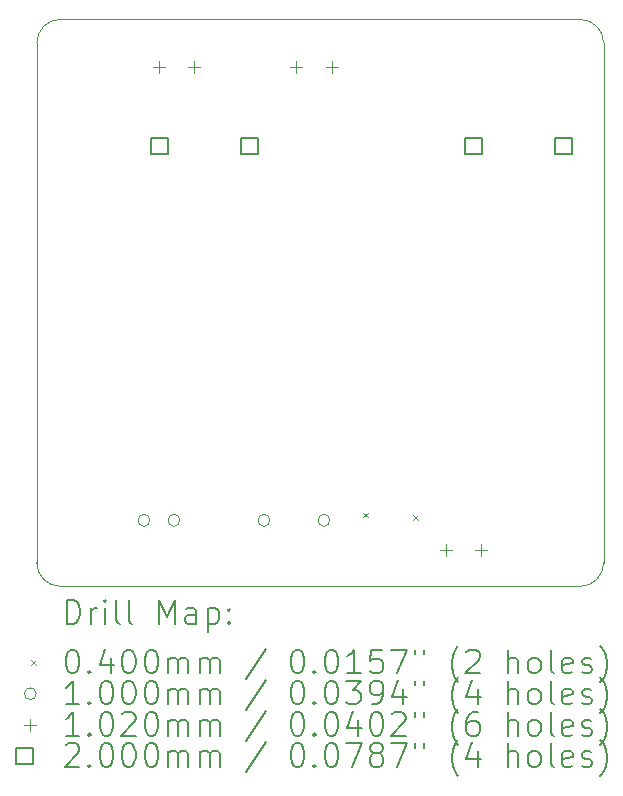
<source format=gbr>
%TF.GenerationSoftware,KiCad,Pcbnew,8.0.5*%
%TF.CreationDate,2024-10-05T22:37:42+02:00*%
%TF.ProjectId,HVI,4856492e-6b69-4636-9164-5f7063625858,rev?*%
%TF.SameCoordinates,Original*%
%TF.FileFunction,Drillmap*%
%TF.FilePolarity,Positive*%
%FSLAX45Y45*%
G04 Gerber Fmt 4.5, Leading zero omitted, Abs format (unit mm)*
G04 Created by KiCad (PCBNEW 8.0.5) date 2024-10-05 22:37:42*
%MOMM*%
%LPD*%
G01*
G04 APERTURE LIST*
%ADD10C,0.100000*%
%ADD11C,0.200000*%
%ADD12C,0.102000*%
G04 APERTURE END LIST*
D10*
X11800000Y-10600000D02*
G75*
G02*
X11600000Y-10800000I-200000J0D01*
G01*
X7000000Y-6200000D02*
G75*
G02*
X7200000Y-6000000I200000J0D01*
G01*
X7200000Y-10800000D02*
X11600000Y-10800000D01*
X7000000Y-6200000D02*
X7000000Y-10600000D01*
X11800000Y-10600000D02*
X11800000Y-6200000D01*
X7200000Y-6000000D02*
X11600000Y-6000000D01*
X11600000Y-6000000D02*
G75*
G02*
X11800000Y-6200000I0J-200000D01*
G01*
X7200000Y-10800000D02*
G75*
G02*
X7000000Y-10600000I0J200000D01*
G01*
D11*
D10*
X9765000Y-10175000D02*
X9805000Y-10215000D01*
X9805000Y-10175000D02*
X9765000Y-10215000D01*
X10189000Y-10197000D02*
X10229000Y-10237000D01*
X10229000Y-10197000D02*
X10189000Y-10237000D01*
X7957500Y-10241000D02*
G75*
G02*
X7857500Y-10241000I-50000J0D01*
G01*
X7857500Y-10241000D02*
G75*
G02*
X7957500Y-10241000I50000J0D01*
G01*
X8211500Y-10241000D02*
G75*
G02*
X8111500Y-10241000I-50000J0D01*
G01*
X8111500Y-10241000D02*
G75*
G02*
X8211500Y-10241000I50000J0D01*
G01*
X8973500Y-10241000D02*
G75*
G02*
X8873500Y-10241000I-50000J0D01*
G01*
X8873500Y-10241000D02*
G75*
G02*
X8973500Y-10241000I50000J0D01*
G01*
X9481500Y-10241000D02*
G75*
G02*
X9381500Y-10241000I-50000J0D01*
G01*
X9381500Y-10241000D02*
G75*
G02*
X9481500Y-10241000I50000J0D01*
G01*
D12*
X8031500Y-6349500D02*
X8031500Y-6451500D01*
X7980500Y-6400500D02*
X8082500Y-6400500D01*
X8331500Y-6349500D02*
X8331500Y-6451500D01*
X8280500Y-6400500D02*
X8382500Y-6400500D01*
X9196500Y-6348500D02*
X9196500Y-6450500D01*
X9145500Y-6399500D02*
X9247500Y-6399500D01*
X9496500Y-6348500D02*
X9496500Y-6450500D01*
X9445500Y-6399500D02*
X9547500Y-6399500D01*
X10463200Y-10440300D02*
X10463200Y-10542300D01*
X10412200Y-10491300D02*
X10514200Y-10491300D01*
X10763200Y-10440300D02*
X10763200Y-10542300D01*
X10712200Y-10491300D02*
X10814200Y-10491300D01*
D11*
X8108211Y-7143211D02*
X8108211Y-7001789D01*
X7966789Y-7001789D01*
X7966789Y-7143211D01*
X8108211Y-7143211D01*
X8870211Y-7143211D02*
X8870211Y-7001789D01*
X8728789Y-7001789D01*
X8728789Y-7143211D01*
X8870211Y-7143211D01*
X10768211Y-7143211D02*
X10768211Y-7001789D01*
X10626789Y-7001789D01*
X10626789Y-7143211D01*
X10768211Y-7143211D01*
X11529211Y-7143211D02*
X11529211Y-7001789D01*
X11387789Y-7001789D01*
X11387789Y-7143211D01*
X11529211Y-7143211D01*
X7255777Y-11116484D02*
X7255777Y-10916484D01*
X7255777Y-10916484D02*
X7303396Y-10916484D01*
X7303396Y-10916484D02*
X7331967Y-10926008D01*
X7331967Y-10926008D02*
X7351015Y-10945055D01*
X7351015Y-10945055D02*
X7360539Y-10964103D01*
X7360539Y-10964103D02*
X7370062Y-11002198D01*
X7370062Y-11002198D02*
X7370062Y-11030770D01*
X7370062Y-11030770D02*
X7360539Y-11068865D01*
X7360539Y-11068865D02*
X7351015Y-11087912D01*
X7351015Y-11087912D02*
X7331967Y-11106960D01*
X7331967Y-11106960D02*
X7303396Y-11116484D01*
X7303396Y-11116484D02*
X7255777Y-11116484D01*
X7455777Y-11116484D02*
X7455777Y-10983150D01*
X7455777Y-11021246D02*
X7465301Y-11002198D01*
X7465301Y-11002198D02*
X7474824Y-10992674D01*
X7474824Y-10992674D02*
X7493872Y-10983150D01*
X7493872Y-10983150D02*
X7512920Y-10983150D01*
X7579586Y-11116484D02*
X7579586Y-10983150D01*
X7579586Y-10916484D02*
X7570062Y-10926008D01*
X7570062Y-10926008D02*
X7579586Y-10935531D01*
X7579586Y-10935531D02*
X7589110Y-10926008D01*
X7589110Y-10926008D02*
X7579586Y-10916484D01*
X7579586Y-10916484D02*
X7579586Y-10935531D01*
X7703396Y-11116484D02*
X7684348Y-11106960D01*
X7684348Y-11106960D02*
X7674824Y-11087912D01*
X7674824Y-11087912D02*
X7674824Y-10916484D01*
X7808158Y-11116484D02*
X7789110Y-11106960D01*
X7789110Y-11106960D02*
X7779586Y-11087912D01*
X7779586Y-11087912D02*
X7779586Y-10916484D01*
X8036729Y-11116484D02*
X8036729Y-10916484D01*
X8036729Y-10916484D02*
X8103396Y-11059341D01*
X8103396Y-11059341D02*
X8170062Y-10916484D01*
X8170062Y-10916484D02*
X8170062Y-11116484D01*
X8351015Y-11116484D02*
X8351015Y-11011722D01*
X8351015Y-11011722D02*
X8341491Y-10992674D01*
X8341491Y-10992674D02*
X8322443Y-10983150D01*
X8322443Y-10983150D02*
X8284348Y-10983150D01*
X8284348Y-10983150D02*
X8265301Y-10992674D01*
X8351015Y-11106960D02*
X8331967Y-11116484D01*
X8331967Y-11116484D02*
X8284348Y-11116484D01*
X8284348Y-11116484D02*
X8265301Y-11106960D01*
X8265301Y-11106960D02*
X8255777Y-11087912D01*
X8255777Y-11087912D02*
X8255777Y-11068865D01*
X8255777Y-11068865D02*
X8265301Y-11049817D01*
X8265301Y-11049817D02*
X8284348Y-11040293D01*
X8284348Y-11040293D02*
X8331967Y-11040293D01*
X8331967Y-11040293D02*
X8351015Y-11030770D01*
X8446253Y-10983150D02*
X8446253Y-11183150D01*
X8446253Y-10992674D02*
X8465301Y-10983150D01*
X8465301Y-10983150D02*
X8503396Y-10983150D01*
X8503396Y-10983150D02*
X8522444Y-10992674D01*
X8522444Y-10992674D02*
X8531967Y-11002198D01*
X8531967Y-11002198D02*
X8541491Y-11021246D01*
X8541491Y-11021246D02*
X8541491Y-11078389D01*
X8541491Y-11078389D02*
X8531967Y-11097436D01*
X8531967Y-11097436D02*
X8522444Y-11106960D01*
X8522444Y-11106960D02*
X8503396Y-11116484D01*
X8503396Y-11116484D02*
X8465301Y-11116484D01*
X8465301Y-11116484D02*
X8446253Y-11106960D01*
X8627205Y-11097436D02*
X8636729Y-11106960D01*
X8636729Y-11106960D02*
X8627205Y-11116484D01*
X8627205Y-11116484D02*
X8617682Y-11106960D01*
X8617682Y-11106960D02*
X8627205Y-11097436D01*
X8627205Y-11097436D02*
X8627205Y-11116484D01*
X8627205Y-10992674D02*
X8636729Y-11002198D01*
X8636729Y-11002198D02*
X8627205Y-11011722D01*
X8627205Y-11011722D02*
X8617682Y-11002198D01*
X8617682Y-11002198D02*
X8627205Y-10992674D01*
X8627205Y-10992674D02*
X8627205Y-11011722D01*
D10*
X6955000Y-11425000D02*
X6995000Y-11465000D01*
X6995000Y-11425000D02*
X6955000Y-11465000D01*
D11*
X7293872Y-11336484D02*
X7312920Y-11336484D01*
X7312920Y-11336484D02*
X7331967Y-11346008D01*
X7331967Y-11346008D02*
X7341491Y-11355531D01*
X7341491Y-11355531D02*
X7351015Y-11374579D01*
X7351015Y-11374579D02*
X7360539Y-11412674D01*
X7360539Y-11412674D02*
X7360539Y-11460293D01*
X7360539Y-11460293D02*
X7351015Y-11498388D01*
X7351015Y-11498388D02*
X7341491Y-11517436D01*
X7341491Y-11517436D02*
X7331967Y-11526960D01*
X7331967Y-11526960D02*
X7312920Y-11536484D01*
X7312920Y-11536484D02*
X7293872Y-11536484D01*
X7293872Y-11536484D02*
X7274824Y-11526960D01*
X7274824Y-11526960D02*
X7265301Y-11517436D01*
X7265301Y-11517436D02*
X7255777Y-11498388D01*
X7255777Y-11498388D02*
X7246253Y-11460293D01*
X7246253Y-11460293D02*
X7246253Y-11412674D01*
X7246253Y-11412674D02*
X7255777Y-11374579D01*
X7255777Y-11374579D02*
X7265301Y-11355531D01*
X7265301Y-11355531D02*
X7274824Y-11346008D01*
X7274824Y-11346008D02*
X7293872Y-11336484D01*
X7446253Y-11517436D02*
X7455777Y-11526960D01*
X7455777Y-11526960D02*
X7446253Y-11536484D01*
X7446253Y-11536484D02*
X7436729Y-11526960D01*
X7436729Y-11526960D02*
X7446253Y-11517436D01*
X7446253Y-11517436D02*
X7446253Y-11536484D01*
X7627205Y-11403150D02*
X7627205Y-11536484D01*
X7579586Y-11326960D02*
X7531967Y-11469817D01*
X7531967Y-11469817D02*
X7655777Y-11469817D01*
X7770062Y-11336484D02*
X7789110Y-11336484D01*
X7789110Y-11336484D02*
X7808158Y-11346008D01*
X7808158Y-11346008D02*
X7817682Y-11355531D01*
X7817682Y-11355531D02*
X7827205Y-11374579D01*
X7827205Y-11374579D02*
X7836729Y-11412674D01*
X7836729Y-11412674D02*
X7836729Y-11460293D01*
X7836729Y-11460293D02*
X7827205Y-11498388D01*
X7827205Y-11498388D02*
X7817682Y-11517436D01*
X7817682Y-11517436D02*
X7808158Y-11526960D01*
X7808158Y-11526960D02*
X7789110Y-11536484D01*
X7789110Y-11536484D02*
X7770062Y-11536484D01*
X7770062Y-11536484D02*
X7751015Y-11526960D01*
X7751015Y-11526960D02*
X7741491Y-11517436D01*
X7741491Y-11517436D02*
X7731967Y-11498388D01*
X7731967Y-11498388D02*
X7722443Y-11460293D01*
X7722443Y-11460293D02*
X7722443Y-11412674D01*
X7722443Y-11412674D02*
X7731967Y-11374579D01*
X7731967Y-11374579D02*
X7741491Y-11355531D01*
X7741491Y-11355531D02*
X7751015Y-11346008D01*
X7751015Y-11346008D02*
X7770062Y-11336484D01*
X7960539Y-11336484D02*
X7979586Y-11336484D01*
X7979586Y-11336484D02*
X7998634Y-11346008D01*
X7998634Y-11346008D02*
X8008158Y-11355531D01*
X8008158Y-11355531D02*
X8017682Y-11374579D01*
X8017682Y-11374579D02*
X8027205Y-11412674D01*
X8027205Y-11412674D02*
X8027205Y-11460293D01*
X8027205Y-11460293D02*
X8017682Y-11498388D01*
X8017682Y-11498388D02*
X8008158Y-11517436D01*
X8008158Y-11517436D02*
X7998634Y-11526960D01*
X7998634Y-11526960D02*
X7979586Y-11536484D01*
X7979586Y-11536484D02*
X7960539Y-11536484D01*
X7960539Y-11536484D02*
X7941491Y-11526960D01*
X7941491Y-11526960D02*
X7931967Y-11517436D01*
X7931967Y-11517436D02*
X7922443Y-11498388D01*
X7922443Y-11498388D02*
X7912920Y-11460293D01*
X7912920Y-11460293D02*
X7912920Y-11412674D01*
X7912920Y-11412674D02*
X7922443Y-11374579D01*
X7922443Y-11374579D02*
X7931967Y-11355531D01*
X7931967Y-11355531D02*
X7941491Y-11346008D01*
X7941491Y-11346008D02*
X7960539Y-11336484D01*
X8112920Y-11536484D02*
X8112920Y-11403150D01*
X8112920Y-11422198D02*
X8122443Y-11412674D01*
X8122443Y-11412674D02*
X8141491Y-11403150D01*
X8141491Y-11403150D02*
X8170063Y-11403150D01*
X8170063Y-11403150D02*
X8189110Y-11412674D01*
X8189110Y-11412674D02*
X8198634Y-11431722D01*
X8198634Y-11431722D02*
X8198634Y-11536484D01*
X8198634Y-11431722D02*
X8208158Y-11412674D01*
X8208158Y-11412674D02*
X8227205Y-11403150D01*
X8227205Y-11403150D02*
X8255777Y-11403150D01*
X8255777Y-11403150D02*
X8274824Y-11412674D01*
X8274824Y-11412674D02*
X8284348Y-11431722D01*
X8284348Y-11431722D02*
X8284348Y-11536484D01*
X8379586Y-11536484D02*
X8379586Y-11403150D01*
X8379586Y-11422198D02*
X8389110Y-11412674D01*
X8389110Y-11412674D02*
X8408158Y-11403150D01*
X8408158Y-11403150D02*
X8436729Y-11403150D01*
X8436729Y-11403150D02*
X8455777Y-11412674D01*
X8455777Y-11412674D02*
X8465301Y-11431722D01*
X8465301Y-11431722D02*
X8465301Y-11536484D01*
X8465301Y-11431722D02*
X8474825Y-11412674D01*
X8474825Y-11412674D02*
X8493872Y-11403150D01*
X8493872Y-11403150D02*
X8522444Y-11403150D01*
X8522444Y-11403150D02*
X8541491Y-11412674D01*
X8541491Y-11412674D02*
X8551015Y-11431722D01*
X8551015Y-11431722D02*
X8551015Y-11536484D01*
X8941491Y-11326960D02*
X8770063Y-11584103D01*
X9198634Y-11336484D02*
X9217682Y-11336484D01*
X9217682Y-11336484D02*
X9236729Y-11346008D01*
X9236729Y-11346008D02*
X9246253Y-11355531D01*
X9246253Y-11355531D02*
X9255777Y-11374579D01*
X9255777Y-11374579D02*
X9265301Y-11412674D01*
X9265301Y-11412674D02*
X9265301Y-11460293D01*
X9265301Y-11460293D02*
X9255777Y-11498388D01*
X9255777Y-11498388D02*
X9246253Y-11517436D01*
X9246253Y-11517436D02*
X9236729Y-11526960D01*
X9236729Y-11526960D02*
X9217682Y-11536484D01*
X9217682Y-11536484D02*
X9198634Y-11536484D01*
X9198634Y-11536484D02*
X9179587Y-11526960D01*
X9179587Y-11526960D02*
X9170063Y-11517436D01*
X9170063Y-11517436D02*
X9160539Y-11498388D01*
X9160539Y-11498388D02*
X9151015Y-11460293D01*
X9151015Y-11460293D02*
X9151015Y-11412674D01*
X9151015Y-11412674D02*
X9160539Y-11374579D01*
X9160539Y-11374579D02*
X9170063Y-11355531D01*
X9170063Y-11355531D02*
X9179587Y-11346008D01*
X9179587Y-11346008D02*
X9198634Y-11336484D01*
X9351015Y-11517436D02*
X9360539Y-11526960D01*
X9360539Y-11526960D02*
X9351015Y-11536484D01*
X9351015Y-11536484D02*
X9341491Y-11526960D01*
X9341491Y-11526960D02*
X9351015Y-11517436D01*
X9351015Y-11517436D02*
X9351015Y-11536484D01*
X9484348Y-11336484D02*
X9503396Y-11336484D01*
X9503396Y-11336484D02*
X9522444Y-11346008D01*
X9522444Y-11346008D02*
X9531968Y-11355531D01*
X9531968Y-11355531D02*
X9541491Y-11374579D01*
X9541491Y-11374579D02*
X9551015Y-11412674D01*
X9551015Y-11412674D02*
X9551015Y-11460293D01*
X9551015Y-11460293D02*
X9541491Y-11498388D01*
X9541491Y-11498388D02*
X9531968Y-11517436D01*
X9531968Y-11517436D02*
X9522444Y-11526960D01*
X9522444Y-11526960D02*
X9503396Y-11536484D01*
X9503396Y-11536484D02*
X9484348Y-11536484D01*
X9484348Y-11536484D02*
X9465301Y-11526960D01*
X9465301Y-11526960D02*
X9455777Y-11517436D01*
X9455777Y-11517436D02*
X9446253Y-11498388D01*
X9446253Y-11498388D02*
X9436729Y-11460293D01*
X9436729Y-11460293D02*
X9436729Y-11412674D01*
X9436729Y-11412674D02*
X9446253Y-11374579D01*
X9446253Y-11374579D02*
X9455777Y-11355531D01*
X9455777Y-11355531D02*
X9465301Y-11346008D01*
X9465301Y-11346008D02*
X9484348Y-11336484D01*
X9741491Y-11536484D02*
X9627206Y-11536484D01*
X9684348Y-11536484D02*
X9684348Y-11336484D01*
X9684348Y-11336484D02*
X9665301Y-11365055D01*
X9665301Y-11365055D02*
X9646253Y-11384103D01*
X9646253Y-11384103D02*
X9627206Y-11393627D01*
X9922444Y-11336484D02*
X9827206Y-11336484D01*
X9827206Y-11336484D02*
X9817682Y-11431722D01*
X9817682Y-11431722D02*
X9827206Y-11422198D01*
X9827206Y-11422198D02*
X9846253Y-11412674D01*
X9846253Y-11412674D02*
X9893872Y-11412674D01*
X9893872Y-11412674D02*
X9912920Y-11422198D01*
X9912920Y-11422198D02*
X9922444Y-11431722D01*
X9922444Y-11431722D02*
X9931968Y-11450769D01*
X9931968Y-11450769D02*
X9931968Y-11498388D01*
X9931968Y-11498388D02*
X9922444Y-11517436D01*
X9922444Y-11517436D02*
X9912920Y-11526960D01*
X9912920Y-11526960D02*
X9893872Y-11536484D01*
X9893872Y-11536484D02*
X9846253Y-11536484D01*
X9846253Y-11536484D02*
X9827206Y-11526960D01*
X9827206Y-11526960D02*
X9817682Y-11517436D01*
X9998634Y-11336484D02*
X10131968Y-11336484D01*
X10131968Y-11336484D02*
X10046253Y-11536484D01*
X10198634Y-11336484D02*
X10198634Y-11374579D01*
X10274825Y-11336484D02*
X10274825Y-11374579D01*
X10570063Y-11612674D02*
X10560539Y-11603150D01*
X10560539Y-11603150D02*
X10541491Y-11574579D01*
X10541491Y-11574579D02*
X10531968Y-11555531D01*
X10531968Y-11555531D02*
X10522444Y-11526960D01*
X10522444Y-11526960D02*
X10512920Y-11479341D01*
X10512920Y-11479341D02*
X10512920Y-11441246D01*
X10512920Y-11441246D02*
X10522444Y-11393627D01*
X10522444Y-11393627D02*
X10531968Y-11365055D01*
X10531968Y-11365055D02*
X10541491Y-11346008D01*
X10541491Y-11346008D02*
X10560539Y-11317436D01*
X10560539Y-11317436D02*
X10570063Y-11307912D01*
X10636730Y-11355531D02*
X10646253Y-11346008D01*
X10646253Y-11346008D02*
X10665301Y-11336484D01*
X10665301Y-11336484D02*
X10712920Y-11336484D01*
X10712920Y-11336484D02*
X10731968Y-11346008D01*
X10731968Y-11346008D02*
X10741491Y-11355531D01*
X10741491Y-11355531D02*
X10751015Y-11374579D01*
X10751015Y-11374579D02*
X10751015Y-11393627D01*
X10751015Y-11393627D02*
X10741491Y-11422198D01*
X10741491Y-11422198D02*
X10627206Y-11536484D01*
X10627206Y-11536484D02*
X10751015Y-11536484D01*
X10989111Y-11536484D02*
X10989111Y-11336484D01*
X11074825Y-11536484D02*
X11074825Y-11431722D01*
X11074825Y-11431722D02*
X11065301Y-11412674D01*
X11065301Y-11412674D02*
X11046253Y-11403150D01*
X11046253Y-11403150D02*
X11017682Y-11403150D01*
X11017682Y-11403150D02*
X10998634Y-11412674D01*
X10998634Y-11412674D02*
X10989111Y-11422198D01*
X11198634Y-11536484D02*
X11179587Y-11526960D01*
X11179587Y-11526960D02*
X11170063Y-11517436D01*
X11170063Y-11517436D02*
X11160539Y-11498388D01*
X11160539Y-11498388D02*
X11160539Y-11441246D01*
X11160539Y-11441246D02*
X11170063Y-11422198D01*
X11170063Y-11422198D02*
X11179587Y-11412674D01*
X11179587Y-11412674D02*
X11198634Y-11403150D01*
X11198634Y-11403150D02*
X11227206Y-11403150D01*
X11227206Y-11403150D02*
X11246253Y-11412674D01*
X11246253Y-11412674D02*
X11255777Y-11422198D01*
X11255777Y-11422198D02*
X11265301Y-11441246D01*
X11265301Y-11441246D02*
X11265301Y-11498388D01*
X11265301Y-11498388D02*
X11255777Y-11517436D01*
X11255777Y-11517436D02*
X11246253Y-11526960D01*
X11246253Y-11526960D02*
X11227206Y-11536484D01*
X11227206Y-11536484D02*
X11198634Y-11536484D01*
X11379587Y-11536484D02*
X11360539Y-11526960D01*
X11360539Y-11526960D02*
X11351015Y-11507912D01*
X11351015Y-11507912D02*
X11351015Y-11336484D01*
X11531968Y-11526960D02*
X11512920Y-11536484D01*
X11512920Y-11536484D02*
X11474825Y-11536484D01*
X11474825Y-11536484D02*
X11455777Y-11526960D01*
X11455777Y-11526960D02*
X11446253Y-11507912D01*
X11446253Y-11507912D02*
X11446253Y-11431722D01*
X11446253Y-11431722D02*
X11455777Y-11412674D01*
X11455777Y-11412674D02*
X11474825Y-11403150D01*
X11474825Y-11403150D02*
X11512920Y-11403150D01*
X11512920Y-11403150D02*
X11531968Y-11412674D01*
X11531968Y-11412674D02*
X11541491Y-11431722D01*
X11541491Y-11431722D02*
X11541491Y-11450769D01*
X11541491Y-11450769D02*
X11446253Y-11469817D01*
X11617682Y-11526960D02*
X11636730Y-11536484D01*
X11636730Y-11536484D02*
X11674825Y-11536484D01*
X11674825Y-11536484D02*
X11693872Y-11526960D01*
X11693872Y-11526960D02*
X11703396Y-11507912D01*
X11703396Y-11507912D02*
X11703396Y-11498388D01*
X11703396Y-11498388D02*
X11693872Y-11479341D01*
X11693872Y-11479341D02*
X11674825Y-11469817D01*
X11674825Y-11469817D02*
X11646253Y-11469817D01*
X11646253Y-11469817D02*
X11627206Y-11460293D01*
X11627206Y-11460293D02*
X11617682Y-11441246D01*
X11617682Y-11441246D02*
X11617682Y-11431722D01*
X11617682Y-11431722D02*
X11627206Y-11412674D01*
X11627206Y-11412674D02*
X11646253Y-11403150D01*
X11646253Y-11403150D02*
X11674825Y-11403150D01*
X11674825Y-11403150D02*
X11693872Y-11412674D01*
X11770063Y-11612674D02*
X11779587Y-11603150D01*
X11779587Y-11603150D02*
X11798634Y-11574579D01*
X11798634Y-11574579D02*
X11808158Y-11555531D01*
X11808158Y-11555531D02*
X11817682Y-11526960D01*
X11817682Y-11526960D02*
X11827206Y-11479341D01*
X11827206Y-11479341D02*
X11827206Y-11441246D01*
X11827206Y-11441246D02*
X11817682Y-11393627D01*
X11817682Y-11393627D02*
X11808158Y-11365055D01*
X11808158Y-11365055D02*
X11798634Y-11346008D01*
X11798634Y-11346008D02*
X11779587Y-11317436D01*
X11779587Y-11317436D02*
X11770063Y-11307912D01*
D10*
X6995000Y-11709000D02*
G75*
G02*
X6895000Y-11709000I-50000J0D01*
G01*
X6895000Y-11709000D02*
G75*
G02*
X6995000Y-11709000I50000J0D01*
G01*
D11*
X7360539Y-11800484D02*
X7246253Y-11800484D01*
X7303396Y-11800484D02*
X7303396Y-11600484D01*
X7303396Y-11600484D02*
X7284348Y-11629055D01*
X7284348Y-11629055D02*
X7265301Y-11648103D01*
X7265301Y-11648103D02*
X7246253Y-11657627D01*
X7446253Y-11781436D02*
X7455777Y-11790960D01*
X7455777Y-11790960D02*
X7446253Y-11800484D01*
X7446253Y-11800484D02*
X7436729Y-11790960D01*
X7436729Y-11790960D02*
X7446253Y-11781436D01*
X7446253Y-11781436D02*
X7446253Y-11800484D01*
X7579586Y-11600484D02*
X7598634Y-11600484D01*
X7598634Y-11600484D02*
X7617682Y-11610008D01*
X7617682Y-11610008D02*
X7627205Y-11619531D01*
X7627205Y-11619531D02*
X7636729Y-11638579D01*
X7636729Y-11638579D02*
X7646253Y-11676674D01*
X7646253Y-11676674D02*
X7646253Y-11724293D01*
X7646253Y-11724293D02*
X7636729Y-11762388D01*
X7636729Y-11762388D02*
X7627205Y-11781436D01*
X7627205Y-11781436D02*
X7617682Y-11790960D01*
X7617682Y-11790960D02*
X7598634Y-11800484D01*
X7598634Y-11800484D02*
X7579586Y-11800484D01*
X7579586Y-11800484D02*
X7560539Y-11790960D01*
X7560539Y-11790960D02*
X7551015Y-11781436D01*
X7551015Y-11781436D02*
X7541491Y-11762388D01*
X7541491Y-11762388D02*
X7531967Y-11724293D01*
X7531967Y-11724293D02*
X7531967Y-11676674D01*
X7531967Y-11676674D02*
X7541491Y-11638579D01*
X7541491Y-11638579D02*
X7551015Y-11619531D01*
X7551015Y-11619531D02*
X7560539Y-11610008D01*
X7560539Y-11610008D02*
X7579586Y-11600484D01*
X7770062Y-11600484D02*
X7789110Y-11600484D01*
X7789110Y-11600484D02*
X7808158Y-11610008D01*
X7808158Y-11610008D02*
X7817682Y-11619531D01*
X7817682Y-11619531D02*
X7827205Y-11638579D01*
X7827205Y-11638579D02*
X7836729Y-11676674D01*
X7836729Y-11676674D02*
X7836729Y-11724293D01*
X7836729Y-11724293D02*
X7827205Y-11762388D01*
X7827205Y-11762388D02*
X7817682Y-11781436D01*
X7817682Y-11781436D02*
X7808158Y-11790960D01*
X7808158Y-11790960D02*
X7789110Y-11800484D01*
X7789110Y-11800484D02*
X7770062Y-11800484D01*
X7770062Y-11800484D02*
X7751015Y-11790960D01*
X7751015Y-11790960D02*
X7741491Y-11781436D01*
X7741491Y-11781436D02*
X7731967Y-11762388D01*
X7731967Y-11762388D02*
X7722443Y-11724293D01*
X7722443Y-11724293D02*
X7722443Y-11676674D01*
X7722443Y-11676674D02*
X7731967Y-11638579D01*
X7731967Y-11638579D02*
X7741491Y-11619531D01*
X7741491Y-11619531D02*
X7751015Y-11610008D01*
X7751015Y-11610008D02*
X7770062Y-11600484D01*
X7960539Y-11600484D02*
X7979586Y-11600484D01*
X7979586Y-11600484D02*
X7998634Y-11610008D01*
X7998634Y-11610008D02*
X8008158Y-11619531D01*
X8008158Y-11619531D02*
X8017682Y-11638579D01*
X8017682Y-11638579D02*
X8027205Y-11676674D01*
X8027205Y-11676674D02*
X8027205Y-11724293D01*
X8027205Y-11724293D02*
X8017682Y-11762388D01*
X8017682Y-11762388D02*
X8008158Y-11781436D01*
X8008158Y-11781436D02*
X7998634Y-11790960D01*
X7998634Y-11790960D02*
X7979586Y-11800484D01*
X7979586Y-11800484D02*
X7960539Y-11800484D01*
X7960539Y-11800484D02*
X7941491Y-11790960D01*
X7941491Y-11790960D02*
X7931967Y-11781436D01*
X7931967Y-11781436D02*
X7922443Y-11762388D01*
X7922443Y-11762388D02*
X7912920Y-11724293D01*
X7912920Y-11724293D02*
X7912920Y-11676674D01*
X7912920Y-11676674D02*
X7922443Y-11638579D01*
X7922443Y-11638579D02*
X7931967Y-11619531D01*
X7931967Y-11619531D02*
X7941491Y-11610008D01*
X7941491Y-11610008D02*
X7960539Y-11600484D01*
X8112920Y-11800484D02*
X8112920Y-11667150D01*
X8112920Y-11686198D02*
X8122443Y-11676674D01*
X8122443Y-11676674D02*
X8141491Y-11667150D01*
X8141491Y-11667150D02*
X8170063Y-11667150D01*
X8170063Y-11667150D02*
X8189110Y-11676674D01*
X8189110Y-11676674D02*
X8198634Y-11695722D01*
X8198634Y-11695722D02*
X8198634Y-11800484D01*
X8198634Y-11695722D02*
X8208158Y-11676674D01*
X8208158Y-11676674D02*
X8227205Y-11667150D01*
X8227205Y-11667150D02*
X8255777Y-11667150D01*
X8255777Y-11667150D02*
X8274824Y-11676674D01*
X8274824Y-11676674D02*
X8284348Y-11695722D01*
X8284348Y-11695722D02*
X8284348Y-11800484D01*
X8379586Y-11800484D02*
X8379586Y-11667150D01*
X8379586Y-11686198D02*
X8389110Y-11676674D01*
X8389110Y-11676674D02*
X8408158Y-11667150D01*
X8408158Y-11667150D02*
X8436729Y-11667150D01*
X8436729Y-11667150D02*
X8455777Y-11676674D01*
X8455777Y-11676674D02*
X8465301Y-11695722D01*
X8465301Y-11695722D02*
X8465301Y-11800484D01*
X8465301Y-11695722D02*
X8474825Y-11676674D01*
X8474825Y-11676674D02*
X8493872Y-11667150D01*
X8493872Y-11667150D02*
X8522444Y-11667150D01*
X8522444Y-11667150D02*
X8541491Y-11676674D01*
X8541491Y-11676674D02*
X8551015Y-11695722D01*
X8551015Y-11695722D02*
X8551015Y-11800484D01*
X8941491Y-11590960D02*
X8770063Y-11848103D01*
X9198634Y-11600484D02*
X9217682Y-11600484D01*
X9217682Y-11600484D02*
X9236729Y-11610008D01*
X9236729Y-11610008D02*
X9246253Y-11619531D01*
X9246253Y-11619531D02*
X9255777Y-11638579D01*
X9255777Y-11638579D02*
X9265301Y-11676674D01*
X9265301Y-11676674D02*
X9265301Y-11724293D01*
X9265301Y-11724293D02*
X9255777Y-11762388D01*
X9255777Y-11762388D02*
X9246253Y-11781436D01*
X9246253Y-11781436D02*
X9236729Y-11790960D01*
X9236729Y-11790960D02*
X9217682Y-11800484D01*
X9217682Y-11800484D02*
X9198634Y-11800484D01*
X9198634Y-11800484D02*
X9179587Y-11790960D01*
X9179587Y-11790960D02*
X9170063Y-11781436D01*
X9170063Y-11781436D02*
X9160539Y-11762388D01*
X9160539Y-11762388D02*
X9151015Y-11724293D01*
X9151015Y-11724293D02*
X9151015Y-11676674D01*
X9151015Y-11676674D02*
X9160539Y-11638579D01*
X9160539Y-11638579D02*
X9170063Y-11619531D01*
X9170063Y-11619531D02*
X9179587Y-11610008D01*
X9179587Y-11610008D02*
X9198634Y-11600484D01*
X9351015Y-11781436D02*
X9360539Y-11790960D01*
X9360539Y-11790960D02*
X9351015Y-11800484D01*
X9351015Y-11800484D02*
X9341491Y-11790960D01*
X9341491Y-11790960D02*
X9351015Y-11781436D01*
X9351015Y-11781436D02*
X9351015Y-11800484D01*
X9484348Y-11600484D02*
X9503396Y-11600484D01*
X9503396Y-11600484D02*
X9522444Y-11610008D01*
X9522444Y-11610008D02*
X9531968Y-11619531D01*
X9531968Y-11619531D02*
X9541491Y-11638579D01*
X9541491Y-11638579D02*
X9551015Y-11676674D01*
X9551015Y-11676674D02*
X9551015Y-11724293D01*
X9551015Y-11724293D02*
X9541491Y-11762388D01*
X9541491Y-11762388D02*
X9531968Y-11781436D01*
X9531968Y-11781436D02*
X9522444Y-11790960D01*
X9522444Y-11790960D02*
X9503396Y-11800484D01*
X9503396Y-11800484D02*
X9484348Y-11800484D01*
X9484348Y-11800484D02*
X9465301Y-11790960D01*
X9465301Y-11790960D02*
X9455777Y-11781436D01*
X9455777Y-11781436D02*
X9446253Y-11762388D01*
X9446253Y-11762388D02*
X9436729Y-11724293D01*
X9436729Y-11724293D02*
X9436729Y-11676674D01*
X9436729Y-11676674D02*
X9446253Y-11638579D01*
X9446253Y-11638579D02*
X9455777Y-11619531D01*
X9455777Y-11619531D02*
X9465301Y-11610008D01*
X9465301Y-11610008D02*
X9484348Y-11600484D01*
X9617682Y-11600484D02*
X9741491Y-11600484D01*
X9741491Y-11600484D02*
X9674825Y-11676674D01*
X9674825Y-11676674D02*
X9703396Y-11676674D01*
X9703396Y-11676674D02*
X9722444Y-11686198D01*
X9722444Y-11686198D02*
X9731968Y-11695722D01*
X9731968Y-11695722D02*
X9741491Y-11714769D01*
X9741491Y-11714769D02*
X9741491Y-11762388D01*
X9741491Y-11762388D02*
X9731968Y-11781436D01*
X9731968Y-11781436D02*
X9722444Y-11790960D01*
X9722444Y-11790960D02*
X9703396Y-11800484D01*
X9703396Y-11800484D02*
X9646253Y-11800484D01*
X9646253Y-11800484D02*
X9627206Y-11790960D01*
X9627206Y-11790960D02*
X9617682Y-11781436D01*
X9836729Y-11800484D02*
X9874825Y-11800484D01*
X9874825Y-11800484D02*
X9893872Y-11790960D01*
X9893872Y-11790960D02*
X9903396Y-11781436D01*
X9903396Y-11781436D02*
X9922444Y-11752865D01*
X9922444Y-11752865D02*
X9931968Y-11714769D01*
X9931968Y-11714769D02*
X9931968Y-11638579D01*
X9931968Y-11638579D02*
X9922444Y-11619531D01*
X9922444Y-11619531D02*
X9912920Y-11610008D01*
X9912920Y-11610008D02*
X9893872Y-11600484D01*
X9893872Y-11600484D02*
X9855777Y-11600484D01*
X9855777Y-11600484D02*
X9836729Y-11610008D01*
X9836729Y-11610008D02*
X9827206Y-11619531D01*
X9827206Y-11619531D02*
X9817682Y-11638579D01*
X9817682Y-11638579D02*
X9817682Y-11686198D01*
X9817682Y-11686198D02*
X9827206Y-11705246D01*
X9827206Y-11705246D02*
X9836729Y-11714769D01*
X9836729Y-11714769D02*
X9855777Y-11724293D01*
X9855777Y-11724293D02*
X9893872Y-11724293D01*
X9893872Y-11724293D02*
X9912920Y-11714769D01*
X9912920Y-11714769D02*
X9922444Y-11705246D01*
X9922444Y-11705246D02*
X9931968Y-11686198D01*
X10103396Y-11667150D02*
X10103396Y-11800484D01*
X10055777Y-11590960D02*
X10008158Y-11733817D01*
X10008158Y-11733817D02*
X10131968Y-11733817D01*
X10198634Y-11600484D02*
X10198634Y-11638579D01*
X10274825Y-11600484D02*
X10274825Y-11638579D01*
X10570063Y-11876674D02*
X10560539Y-11867150D01*
X10560539Y-11867150D02*
X10541491Y-11838579D01*
X10541491Y-11838579D02*
X10531968Y-11819531D01*
X10531968Y-11819531D02*
X10522444Y-11790960D01*
X10522444Y-11790960D02*
X10512920Y-11743341D01*
X10512920Y-11743341D02*
X10512920Y-11705246D01*
X10512920Y-11705246D02*
X10522444Y-11657627D01*
X10522444Y-11657627D02*
X10531968Y-11629055D01*
X10531968Y-11629055D02*
X10541491Y-11610008D01*
X10541491Y-11610008D02*
X10560539Y-11581436D01*
X10560539Y-11581436D02*
X10570063Y-11571912D01*
X10731968Y-11667150D02*
X10731968Y-11800484D01*
X10684349Y-11590960D02*
X10636730Y-11733817D01*
X10636730Y-11733817D02*
X10760539Y-11733817D01*
X10989111Y-11800484D02*
X10989111Y-11600484D01*
X11074825Y-11800484D02*
X11074825Y-11695722D01*
X11074825Y-11695722D02*
X11065301Y-11676674D01*
X11065301Y-11676674D02*
X11046253Y-11667150D01*
X11046253Y-11667150D02*
X11017682Y-11667150D01*
X11017682Y-11667150D02*
X10998634Y-11676674D01*
X10998634Y-11676674D02*
X10989111Y-11686198D01*
X11198634Y-11800484D02*
X11179587Y-11790960D01*
X11179587Y-11790960D02*
X11170063Y-11781436D01*
X11170063Y-11781436D02*
X11160539Y-11762388D01*
X11160539Y-11762388D02*
X11160539Y-11705246D01*
X11160539Y-11705246D02*
X11170063Y-11686198D01*
X11170063Y-11686198D02*
X11179587Y-11676674D01*
X11179587Y-11676674D02*
X11198634Y-11667150D01*
X11198634Y-11667150D02*
X11227206Y-11667150D01*
X11227206Y-11667150D02*
X11246253Y-11676674D01*
X11246253Y-11676674D02*
X11255777Y-11686198D01*
X11255777Y-11686198D02*
X11265301Y-11705246D01*
X11265301Y-11705246D02*
X11265301Y-11762388D01*
X11265301Y-11762388D02*
X11255777Y-11781436D01*
X11255777Y-11781436D02*
X11246253Y-11790960D01*
X11246253Y-11790960D02*
X11227206Y-11800484D01*
X11227206Y-11800484D02*
X11198634Y-11800484D01*
X11379587Y-11800484D02*
X11360539Y-11790960D01*
X11360539Y-11790960D02*
X11351015Y-11771912D01*
X11351015Y-11771912D02*
X11351015Y-11600484D01*
X11531968Y-11790960D02*
X11512920Y-11800484D01*
X11512920Y-11800484D02*
X11474825Y-11800484D01*
X11474825Y-11800484D02*
X11455777Y-11790960D01*
X11455777Y-11790960D02*
X11446253Y-11771912D01*
X11446253Y-11771912D02*
X11446253Y-11695722D01*
X11446253Y-11695722D02*
X11455777Y-11676674D01*
X11455777Y-11676674D02*
X11474825Y-11667150D01*
X11474825Y-11667150D02*
X11512920Y-11667150D01*
X11512920Y-11667150D02*
X11531968Y-11676674D01*
X11531968Y-11676674D02*
X11541491Y-11695722D01*
X11541491Y-11695722D02*
X11541491Y-11714769D01*
X11541491Y-11714769D02*
X11446253Y-11733817D01*
X11617682Y-11790960D02*
X11636730Y-11800484D01*
X11636730Y-11800484D02*
X11674825Y-11800484D01*
X11674825Y-11800484D02*
X11693872Y-11790960D01*
X11693872Y-11790960D02*
X11703396Y-11771912D01*
X11703396Y-11771912D02*
X11703396Y-11762388D01*
X11703396Y-11762388D02*
X11693872Y-11743341D01*
X11693872Y-11743341D02*
X11674825Y-11733817D01*
X11674825Y-11733817D02*
X11646253Y-11733817D01*
X11646253Y-11733817D02*
X11627206Y-11724293D01*
X11627206Y-11724293D02*
X11617682Y-11705246D01*
X11617682Y-11705246D02*
X11617682Y-11695722D01*
X11617682Y-11695722D02*
X11627206Y-11676674D01*
X11627206Y-11676674D02*
X11646253Y-11667150D01*
X11646253Y-11667150D02*
X11674825Y-11667150D01*
X11674825Y-11667150D02*
X11693872Y-11676674D01*
X11770063Y-11876674D02*
X11779587Y-11867150D01*
X11779587Y-11867150D02*
X11798634Y-11838579D01*
X11798634Y-11838579D02*
X11808158Y-11819531D01*
X11808158Y-11819531D02*
X11817682Y-11790960D01*
X11817682Y-11790960D02*
X11827206Y-11743341D01*
X11827206Y-11743341D02*
X11827206Y-11705246D01*
X11827206Y-11705246D02*
X11817682Y-11657627D01*
X11817682Y-11657627D02*
X11808158Y-11629055D01*
X11808158Y-11629055D02*
X11798634Y-11610008D01*
X11798634Y-11610008D02*
X11779587Y-11581436D01*
X11779587Y-11581436D02*
X11770063Y-11571912D01*
D12*
X6944000Y-11922000D02*
X6944000Y-12024000D01*
X6893000Y-11973000D02*
X6995000Y-11973000D01*
D11*
X7360539Y-12064484D02*
X7246253Y-12064484D01*
X7303396Y-12064484D02*
X7303396Y-11864484D01*
X7303396Y-11864484D02*
X7284348Y-11893055D01*
X7284348Y-11893055D02*
X7265301Y-11912103D01*
X7265301Y-11912103D02*
X7246253Y-11921627D01*
X7446253Y-12045436D02*
X7455777Y-12054960D01*
X7455777Y-12054960D02*
X7446253Y-12064484D01*
X7446253Y-12064484D02*
X7436729Y-12054960D01*
X7436729Y-12054960D02*
X7446253Y-12045436D01*
X7446253Y-12045436D02*
X7446253Y-12064484D01*
X7579586Y-11864484D02*
X7598634Y-11864484D01*
X7598634Y-11864484D02*
X7617682Y-11874008D01*
X7617682Y-11874008D02*
X7627205Y-11883531D01*
X7627205Y-11883531D02*
X7636729Y-11902579D01*
X7636729Y-11902579D02*
X7646253Y-11940674D01*
X7646253Y-11940674D02*
X7646253Y-11988293D01*
X7646253Y-11988293D02*
X7636729Y-12026388D01*
X7636729Y-12026388D02*
X7627205Y-12045436D01*
X7627205Y-12045436D02*
X7617682Y-12054960D01*
X7617682Y-12054960D02*
X7598634Y-12064484D01*
X7598634Y-12064484D02*
X7579586Y-12064484D01*
X7579586Y-12064484D02*
X7560539Y-12054960D01*
X7560539Y-12054960D02*
X7551015Y-12045436D01*
X7551015Y-12045436D02*
X7541491Y-12026388D01*
X7541491Y-12026388D02*
X7531967Y-11988293D01*
X7531967Y-11988293D02*
X7531967Y-11940674D01*
X7531967Y-11940674D02*
X7541491Y-11902579D01*
X7541491Y-11902579D02*
X7551015Y-11883531D01*
X7551015Y-11883531D02*
X7560539Y-11874008D01*
X7560539Y-11874008D02*
X7579586Y-11864484D01*
X7722443Y-11883531D02*
X7731967Y-11874008D01*
X7731967Y-11874008D02*
X7751015Y-11864484D01*
X7751015Y-11864484D02*
X7798634Y-11864484D01*
X7798634Y-11864484D02*
X7817682Y-11874008D01*
X7817682Y-11874008D02*
X7827205Y-11883531D01*
X7827205Y-11883531D02*
X7836729Y-11902579D01*
X7836729Y-11902579D02*
X7836729Y-11921627D01*
X7836729Y-11921627D02*
X7827205Y-11950198D01*
X7827205Y-11950198D02*
X7712920Y-12064484D01*
X7712920Y-12064484D02*
X7836729Y-12064484D01*
X7960539Y-11864484D02*
X7979586Y-11864484D01*
X7979586Y-11864484D02*
X7998634Y-11874008D01*
X7998634Y-11874008D02*
X8008158Y-11883531D01*
X8008158Y-11883531D02*
X8017682Y-11902579D01*
X8017682Y-11902579D02*
X8027205Y-11940674D01*
X8027205Y-11940674D02*
X8027205Y-11988293D01*
X8027205Y-11988293D02*
X8017682Y-12026388D01*
X8017682Y-12026388D02*
X8008158Y-12045436D01*
X8008158Y-12045436D02*
X7998634Y-12054960D01*
X7998634Y-12054960D02*
X7979586Y-12064484D01*
X7979586Y-12064484D02*
X7960539Y-12064484D01*
X7960539Y-12064484D02*
X7941491Y-12054960D01*
X7941491Y-12054960D02*
X7931967Y-12045436D01*
X7931967Y-12045436D02*
X7922443Y-12026388D01*
X7922443Y-12026388D02*
X7912920Y-11988293D01*
X7912920Y-11988293D02*
X7912920Y-11940674D01*
X7912920Y-11940674D02*
X7922443Y-11902579D01*
X7922443Y-11902579D02*
X7931967Y-11883531D01*
X7931967Y-11883531D02*
X7941491Y-11874008D01*
X7941491Y-11874008D02*
X7960539Y-11864484D01*
X8112920Y-12064484D02*
X8112920Y-11931150D01*
X8112920Y-11950198D02*
X8122443Y-11940674D01*
X8122443Y-11940674D02*
X8141491Y-11931150D01*
X8141491Y-11931150D02*
X8170063Y-11931150D01*
X8170063Y-11931150D02*
X8189110Y-11940674D01*
X8189110Y-11940674D02*
X8198634Y-11959722D01*
X8198634Y-11959722D02*
X8198634Y-12064484D01*
X8198634Y-11959722D02*
X8208158Y-11940674D01*
X8208158Y-11940674D02*
X8227205Y-11931150D01*
X8227205Y-11931150D02*
X8255777Y-11931150D01*
X8255777Y-11931150D02*
X8274824Y-11940674D01*
X8274824Y-11940674D02*
X8284348Y-11959722D01*
X8284348Y-11959722D02*
X8284348Y-12064484D01*
X8379586Y-12064484D02*
X8379586Y-11931150D01*
X8379586Y-11950198D02*
X8389110Y-11940674D01*
X8389110Y-11940674D02*
X8408158Y-11931150D01*
X8408158Y-11931150D02*
X8436729Y-11931150D01*
X8436729Y-11931150D02*
X8455777Y-11940674D01*
X8455777Y-11940674D02*
X8465301Y-11959722D01*
X8465301Y-11959722D02*
X8465301Y-12064484D01*
X8465301Y-11959722D02*
X8474825Y-11940674D01*
X8474825Y-11940674D02*
X8493872Y-11931150D01*
X8493872Y-11931150D02*
X8522444Y-11931150D01*
X8522444Y-11931150D02*
X8541491Y-11940674D01*
X8541491Y-11940674D02*
X8551015Y-11959722D01*
X8551015Y-11959722D02*
X8551015Y-12064484D01*
X8941491Y-11854960D02*
X8770063Y-12112103D01*
X9198634Y-11864484D02*
X9217682Y-11864484D01*
X9217682Y-11864484D02*
X9236729Y-11874008D01*
X9236729Y-11874008D02*
X9246253Y-11883531D01*
X9246253Y-11883531D02*
X9255777Y-11902579D01*
X9255777Y-11902579D02*
X9265301Y-11940674D01*
X9265301Y-11940674D02*
X9265301Y-11988293D01*
X9265301Y-11988293D02*
X9255777Y-12026388D01*
X9255777Y-12026388D02*
X9246253Y-12045436D01*
X9246253Y-12045436D02*
X9236729Y-12054960D01*
X9236729Y-12054960D02*
X9217682Y-12064484D01*
X9217682Y-12064484D02*
X9198634Y-12064484D01*
X9198634Y-12064484D02*
X9179587Y-12054960D01*
X9179587Y-12054960D02*
X9170063Y-12045436D01*
X9170063Y-12045436D02*
X9160539Y-12026388D01*
X9160539Y-12026388D02*
X9151015Y-11988293D01*
X9151015Y-11988293D02*
X9151015Y-11940674D01*
X9151015Y-11940674D02*
X9160539Y-11902579D01*
X9160539Y-11902579D02*
X9170063Y-11883531D01*
X9170063Y-11883531D02*
X9179587Y-11874008D01*
X9179587Y-11874008D02*
X9198634Y-11864484D01*
X9351015Y-12045436D02*
X9360539Y-12054960D01*
X9360539Y-12054960D02*
X9351015Y-12064484D01*
X9351015Y-12064484D02*
X9341491Y-12054960D01*
X9341491Y-12054960D02*
X9351015Y-12045436D01*
X9351015Y-12045436D02*
X9351015Y-12064484D01*
X9484348Y-11864484D02*
X9503396Y-11864484D01*
X9503396Y-11864484D02*
X9522444Y-11874008D01*
X9522444Y-11874008D02*
X9531968Y-11883531D01*
X9531968Y-11883531D02*
X9541491Y-11902579D01*
X9541491Y-11902579D02*
X9551015Y-11940674D01*
X9551015Y-11940674D02*
X9551015Y-11988293D01*
X9551015Y-11988293D02*
X9541491Y-12026388D01*
X9541491Y-12026388D02*
X9531968Y-12045436D01*
X9531968Y-12045436D02*
X9522444Y-12054960D01*
X9522444Y-12054960D02*
X9503396Y-12064484D01*
X9503396Y-12064484D02*
X9484348Y-12064484D01*
X9484348Y-12064484D02*
X9465301Y-12054960D01*
X9465301Y-12054960D02*
X9455777Y-12045436D01*
X9455777Y-12045436D02*
X9446253Y-12026388D01*
X9446253Y-12026388D02*
X9436729Y-11988293D01*
X9436729Y-11988293D02*
X9436729Y-11940674D01*
X9436729Y-11940674D02*
X9446253Y-11902579D01*
X9446253Y-11902579D02*
X9455777Y-11883531D01*
X9455777Y-11883531D02*
X9465301Y-11874008D01*
X9465301Y-11874008D02*
X9484348Y-11864484D01*
X9722444Y-11931150D02*
X9722444Y-12064484D01*
X9674825Y-11854960D02*
X9627206Y-11997817D01*
X9627206Y-11997817D02*
X9751015Y-11997817D01*
X9865301Y-11864484D02*
X9884349Y-11864484D01*
X9884349Y-11864484D02*
X9903396Y-11874008D01*
X9903396Y-11874008D02*
X9912920Y-11883531D01*
X9912920Y-11883531D02*
X9922444Y-11902579D01*
X9922444Y-11902579D02*
X9931968Y-11940674D01*
X9931968Y-11940674D02*
X9931968Y-11988293D01*
X9931968Y-11988293D02*
X9922444Y-12026388D01*
X9922444Y-12026388D02*
X9912920Y-12045436D01*
X9912920Y-12045436D02*
X9903396Y-12054960D01*
X9903396Y-12054960D02*
X9884349Y-12064484D01*
X9884349Y-12064484D02*
X9865301Y-12064484D01*
X9865301Y-12064484D02*
X9846253Y-12054960D01*
X9846253Y-12054960D02*
X9836729Y-12045436D01*
X9836729Y-12045436D02*
X9827206Y-12026388D01*
X9827206Y-12026388D02*
X9817682Y-11988293D01*
X9817682Y-11988293D02*
X9817682Y-11940674D01*
X9817682Y-11940674D02*
X9827206Y-11902579D01*
X9827206Y-11902579D02*
X9836729Y-11883531D01*
X9836729Y-11883531D02*
X9846253Y-11874008D01*
X9846253Y-11874008D02*
X9865301Y-11864484D01*
X10008158Y-11883531D02*
X10017682Y-11874008D01*
X10017682Y-11874008D02*
X10036729Y-11864484D01*
X10036729Y-11864484D02*
X10084349Y-11864484D01*
X10084349Y-11864484D02*
X10103396Y-11874008D01*
X10103396Y-11874008D02*
X10112920Y-11883531D01*
X10112920Y-11883531D02*
X10122444Y-11902579D01*
X10122444Y-11902579D02*
X10122444Y-11921627D01*
X10122444Y-11921627D02*
X10112920Y-11950198D01*
X10112920Y-11950198D02*
X9998634Y-12064484D01*
X9998634Y-12064484D02*
X10122444Y-12064484D01*
X10198634Y-11864484D02*
X10198634Y-11902579D01*
X10274825Y-11864484D02*
X10274825Y-11902579D01*
X10570063Y-12140674D02*
X10560539Y-12131150D01*
X10560539Y-12131150D02*
X10541491Y-12102579D01*
X10541491Y-12102579D02*
X10531968Y-12083531D01*
X10531968Y-12083531D02*
X10522444Y-12054960D01*
X10522444Y-12054960D02*
X10512920Y-12007341D01*
X10512920Y-12007341D02*
X10512920Y-11969246D01*
X10512920Y-11969246D02*
X10522444Y-11921627D01*
X10522444Y-11921627D02*
X10531968Y-11893055D01*
X10531968Y-11893055D02*
X10541491Y-11874008D01*
X10541491Y-11874008D02*
X10560539Y-11845436D01*
X10560539Y-11845436D02*
X10570063Y-11835912D01*
X10731968Y-11864484D02*
X10693872Y-11864484D01*
X10693872Y-11864484D02*
X10674825Y-11874008D01*
X10674825Y-11874008D02*
X10665301Y-11883531D01*
X10665301Y-11883531D02*
X10646253Y-11912103D01*
X10646253Y-11912103D02*
X10636730Y-11950198D01*
X10636730Y-11950198D02*
X10636730Y-12026388D01*
X10636730Y-12026388D02*
X10646253Y-12045436D01*
X10646253Y-12045436D02*
X10655777Y-12054960D01*
X10655777Y-12054960D02*
X10674825Y-12064484D01*
X10674825Y-12064484D02*
X10712920Y-12064484D01*
X10712920Y-12064484D02*
X10731968Y-12054960D01*
X10731968Y-12054960D02*
X10741491Y-12045436D01*
X10741491Y-12045436D02*
X10751015Y-12026388D01*
X10751015Y-12026388D02*
X10751015Y-11978769D01*
X10751015Y-11978769D02*
X10741491Y-11959722D01*
X10741491Y-11959722D02*
X10731968Y-11950198D01*
X10731968Y-11950198D02*
X10712920Y-11940674D01*
X10712920Y-11940674D02*
X10674825Y-11940674D01*
X10674825Y-11940674D02*
X10655777Y-11950198D01*
X10655777Y-11950198D02*
X10646253Y-11959722D01*
X10646253Y-11959722D02*
X10636730Y-11978769D01*
X10989111Y-12064484D02*
X10989111Y-11864484D01*
X11074825Y-12064484D02*
X11074825Y-11959722D01*
X11074825Y-11959722D02*
X11065301Y-11940674D01*
X11065301Y-11940674D02*
X11046253Y-11931150D01*
X11046253Y-11931150D02*
X11017682Y-11931150D01*
X11017682Y-11931150D02*
X10998634Y-11940674D01*
X10998634Y-11940674D02*
X10989111Y-11950198D01*
X11198634Y-12064484D02*
X11179587Y-12054960D01*
X11179587Y-12054960D02*
X11170063Y-12045436D01*
X11170063Y-12045436D02*
X11160539Y-12026388D01*
X11160539Y-12026388D02*
X11160539Y-11969246D01*
X11160539Y-11969246D02*
X11170063Y-11950198D01*
X11170063Y-11950198D02*
X11179587Y-11940674D01*
X11179587Y-11940674D02*
X11198634Y-11931150D01*
X11198634Y-11931150D02*
X11227206Y-11931150D01*
X11227206Y-11931150D02*
X11246253Y-11940674D01*
X11246253Y-11940674D02*
X11255777Y-11950198D01*
X11255777Y-11950198D02*
X11265301Y-11969246D01*
X11265301Y-11969246D02*
X11265301Y-12026388D01*
X11265301Y-12026388D02*
X11255777Y-12045436D01*
X11255777Y-12045436D02*
X11246253Y-12054960D01*
X11246253Y-12054960D02*
X11227206Y-12064484D01*
X11227206Y-12064484D02*
X11198634Y-12064484D01*
X11379587Y-12064484D02*
X11360539Y-12054960D01*
X11360539Y-12054960D02*
X11351015Y-12035912D01*
X11351015Y-12035912D02*
X11351015Y-11864484D01*
X11531968Y-12054960D02*
X11512920Y-12064484D01*
X11512920Y-12064484D02*
X11474825Y-12064484D01*
X11474825Y-12064484D02*
X11455777Y-12054960D01*
X11455777Y-12054960D02*
X11446253Y-12035912D01*
X11446253Y-12035912D02*
X11446253Y-11959722D01*
X11446253Y-11959722D02*
X11455777Y-11940674D01*
X11455777Y-11940674D02*
X11474825Y-11931150D01*
X11474825Y-11931150D02*
X11512920Y-11931150D01*
X11512920Y-11931150D02*
X11531968Y-11940674D01*
X11531968Y-11940674D02*
X11541491Y-11959722D01*
X11541491Y-11959722D02*
X11541491Y-11978769D01*
X11541491Y-11978769D02*
X11446253Y-11997817D01*
X11617682Y-12054960D02*
X11636730Y-12064484D01*
X11636730Y-12064484D02*
X11674825Y-12064484D01*
X11674825Y-12064484D02*
X11693872Y-12054960D01*
X11693872Y-12054960D02*
X11703396Y-12035912D01*
X11703396Y-12035912D02*
X11703396Y-12026388D01*
X11703396Y-12026388D02*
X11693872Y-12007341D01*
X11693872Y-12007341D02*
X11674825Y-11997817D01*
X11674825Y-11997817D02*
X11646253Y-11997817D01*
X11646253Y-11997817D02*
X11627206Y-11988293D01*
X11627206Y-11988293D02*
X11617682Y-11969246D01*
X11617682Y-11969246D02*
X11617682Y-11959722D01*
X11617682Y-11959722D02*
X11627206Y-11940674D01*
X11627206Y-11940674D02*
X11646253Y-11931150D01*
X11646253Y-11931150D02*
X11674825Y-11931150D01*
X11674825Y-11931150D02*
X11693872Y-11940674D01*
X11770063Y-12140674D02*
X11779587Y-12131150D01*
X11779587Y-12131150D02*
X11798634Y-12102579D01*
X11798634Y-12102579D02*
X11808158Y-12083531D01*
X11808158Y-12083531D02*
X11817682Y-12054960D01*
X11817682Y-12054960D02*
X11827206Y-12007341D01*
X11827206Y-12007341D02*
X11827206Y-11969246D01*
X11827206Y-11969246D02*
X11817682Y-11921627D01*
X11817682Y-11921627D02*
X11808158Y-11893055D01*
X11808158Y-11893055D02*
X11798634Y-11874008D01*
X11798634Y-11874008D02*
X11779587Y-11845436D01*
X11779587Y-11845436D02*
X11770063Y-11835912D01*
X6965711Y-12307711D02*
X6965711Y-12166289D01*
X6824289Y-12166289D01*
X6824289Y-12307711D01*
X6965711Y-12307711D01*
X7246253Y-12147531D02*
X7255777Y-12138008D01*
X7255777Y-12138008D02*
X7274824Y-12128484D01*
X7274824Y-12128484D02*
X7322443Y-12128484D01*
X7322443Y-12128484D02*
X7341491Y-12138008D01*
X7341491Y-12138008D02*
X7351015Y-12147531D01*
X7351015Y-12147531D02*
X7360539Y-12166579D01*
X7360539Y-12166579D02*
X7360539Y-12185627D01*
X7360539Y-12185627D02*
X7351015Y-12214198D01*
X7351015Y-12214198D02*
X7236729Y-12328484D01*
X7236729Y-12328484D02*
X7360539Y-12328484D01*
X7446253Y-12309436D02*
X7455777Y-12318960D01*
X7455777Y-12318960D02*
X7446253Y-12328484D01*
X7446253Y-12328484D02*
X7436729Y-12318960D01*
X7436729Y-12318960D02*
X7446253Y-12309436D01*
X7446253Y-12309436D02*
X7446253Y-12328484D01*
X7579586Y-12128484D02*
X7598634Y-12128484D01*
X7598634Y-12128484D02*
X7617682Y-12138008D01*
X7617682Y-12138008D02*
X7627205Y-12147531D01*
X7627205Y-12147531D02*
X7636729Y-12166579D01*
X7636729Y-12166579D02*
X7646253Y-12204674D01*
X7646253Y-12204674D02*
X7646253Y-12252293D01*
X7646253Y-12252293D02*
X7636729Y-12290388D01*
X7636729Y-12290388D02*
X7627205Y-12309436D01*
X7627205Y-12309436D02*
X7617682Y-12318960D01*
X7617682Y-12318960D02*
X7598634Y-12328484D01*
X7598634Y-12328484D02*
X7579586Y-12328484D01*
X7579586Y-12328484D02*
X7560539Y-12318960D01*
X7560539Y-12318960D02*
X7551015Y-12309436D01*
X7551015Y-12309436D02*
X7541491Y-12290388D01*
X7541491Y-12290388D02*
X7531967Y-12252293D01*
X7531967Y-12252293D02*
X7531967Y-12204674D01*
X7531967Y-12204674D02*
X7541491Y-12166579D01*
X7541491Y-12166579D02*
X7551015Y-12147531D01*
X7551015Y-12147531D02*
X7560539Y-12138008D01*
X7560539Y-12138008D02*
X7579586Y-12128484D01*
X7770062Y-12128484D02*
X7789110Y-12128484D01*
X7789110Y-12128484D02*
X7808158Y-12138008D01*
X7808158Y-12138008D02*
X7817682Y-12147531D01*
X7817682Y-12147531D02*
X7827205Y-12166579D01*
X7827205Y-12166579D02*
X7836729Y-12204674D01*
X7836729Y-12204674D02*
X7836729Y-12252293D01*
X7836729Y-12252293D02*
X7827205Y-12290388D01*
X7827205Y-12290388D02*
X7817682Y-12309436D01*
X7817682Y-12309436D02*
X7808158Y-12318960D01*
X7808158Y-12318960D02*
X7789110Y-12328484D01*
X7789110Y-12328484D02*
X7770062Y-12328484D01*
X7770062Y-12328484D02*
X7751015Y-12318960D01*
X7751015Y-12318960D02*
X7741491Y-12309436D01*
X7741491Y-12309436D02*
X7731967Y-12290388D01*
X7731967Y-12290388D02*
X7722443Y-12252293D01*
X7722443Y-12252293D02*
X7722443Y-12204674D01*
X7722443Y-12204674D02*
X7731967Y-12166579D01*
X7731967Y-12166579D02*
X7741491Y-12147531D01*
X7741491Y-12147531D02*
X7751015Y-12138008D01*
X7751015Y-12138008D02*
X7770062Y-12128484D01*
X7960539Y-12128484D02*
X7979586Y-12128484D01*
X7979586Y-12128484D02*
X7998634Y-12138008D01*
X7998634Y-12138008D02*
X8008158Y-12147531D01*
X8008158Y-12147531D02*
X8017682Y-12166579D01*
X8017682Y-12166579D02*
X8027205Y-12204674D01*
X8027205Y-12204674D02*
X8027205Y-12252293D01*
X8027205Y-12252293D02*
X8017682Y-12290388D01*
X8017682Y-12290388D02*
X8008158Y-12309436D01*
X8008158Y-12309436D02*
X7998634Y-12318960D01*
X7998634Y-12318960D02*
X7979586Y-12328484D01*
X7979586Y-12328484D02*
X7960539Y-12328484D01*
X7960539Y-12328484D02*
X7941491Y-12318960D01*
X7941491Y-12318960D02*
X7931967Y-12309436D01*
X7931967Y-12309436D02*
X7922443Y-12290388D01*
X7922443Y-12290388D02*
X7912920Y-12252293D01*
X7912920Y-12252293D02*
X7912920Y-12204674D01*
X7912920Y-12204674D02*
X7922443Y-12166579D01*
X7922443Y-12166579D02*
X7931967Y-12147531D01*
X7931967Y-12147531D02*
X7941491Y-12138008D01*
X7941491Y-12138008D02*
X7960539Y-12128484D01*
X8112920Y-12328484D02*
X8112920Y-12195150D01*
X8112920Y-12214198D02*
X8122443Y-12204674D01*
X8122443Y-12204674D02*
X8141491Y-12195150D01*
X8141491Y-12195150D02*
X8170063Y-12195150D01*
X8170063Y-12195150D02*
X8189110Y-12204674D01*
X8189110Y-12204674D02*
X8198634Y-12223722D01*
X8198634Y-12223722D02*
X8198634Y-12328484D01*
X8198634Y-12223722D02*
X8208158Y-12204674D01*
X8208158Y-12204674D02*
X8227205Y-12195150D01*
X8227205Y-12195150D02*
X8255777Y-12195150D01*
X8255777Y-12195150D02*
X8274824Y-12204674D01*
X8274824Y-12204674D02*
X8284348Y-12223722D01*
X8284348Y-12223722D02*
X8284348Y-12328484D01*
X8379586Y-12328484D02*
X8379586Y-12195150D01*
X8379586Y-12214198D02*
X8389110Y-12204674D01*
X8389110Y-12204674D02*
X8408158Y-12195150D01*
X8408158Y-12195150D02*
X8436729Y-12195150D01*
X8436729Y-12195150D02*
X8455777Y-12204674D01*
X8455777Y-12204674D02*
X8465301Y-12223722D01*
X8465301Y-12223722D02*
X8465301Y-12328484D01*
X8465301Y-12223722D02*
X8474825Y-12204674D01*
X8474825Y-12204674D02*
X8493872Y-12195150D01*
X8493872Y-12195150D02*
X8522444Y-12195150D01*
X8522444Y-12195150D02*
X8541491Y-12204674D01*
X8541491Y-12204674D02*
X8551015Y-12223722D01*
X8551015Y-12223722D02*
X8551015Y-12328484D01*
X8941491Y-12118960D02*
X8770063Y-12376103D01*
X9198634Y-12128484D02*
X9217682Y-12128484D01*
X9217682Y-12128484D02*
X9236729Y-12138008D01*
X9236729Y-12138008D02*
X9246253Y-12147531D01*
X9246253Y-12147531D02*
X9255777Y-12166579D01*
X9255777Y-12166579D02*
X9265301Y-12204674D01*
X9265301Y-12204674D02*
X9265301Y-12252293D01*
X9265301Y-12252293D02*
X9255777Y-12290388D01*
X9255777Y-12290388D02*
X9246253Y-12309436D01*
X9246253Y-12309436D02*
X9236729Y-12318960D01*
X9236729Y-12318960D02*
X9217682Y-12328484D01*
X9217682Y-12328484D02*
X9198634Y-12328484D01*
X9198634Y-12328484D02*
X9179587Y-12318960D01*
X9179587Y-12318960D02*
X9170063Y-12309436D01*
X9170063Y-12309436D02*
X9160539Y-12290388D01*
X9160539Y-12290388D02*
X9151015Y-12252293D01*
X9151015Y-12252293D02*
X9151015Y-12204674D01*
X9151015Y-12204674D02*
X9160539Y-12166579D01*
X9160539Y-12166579D02*
X9170063Y-12147531D01*
X9170063Y-12147531D02*
X9179587Y-12138008D01*
X9179587Y-12138008D02*
X9198634Y-12128484D01*
X9351015Y-12309436D02*
X9360539Y-12318960D01*
X9360539Y-12318960D02*
X9351015Y-12328484D01*
X9351015Y-12328484D02*
X9341491Y-12318960D01*
X9341491Y-12318960D02*
X9351015Y-12309436D01*
X9351015Y-12309436D02*
X9351015Y-12328484D01*
X9484348Y-12128484D02*
X9503396Y-12128484D01*
X9503396Y-12128484D02*
X9522444Y-12138008D01*
X9522444Y-12138008D02*
X9531968Y-12147531D01*
X9531968Y-12147531D02*
X9541491Y-12166579D01*
X9541491Y-12166579D02*
X9551015Y-12204674D01*
X9551015Y-12204674D02*
X9551015Y-12252293D01*
X9551015Y-12252293D02*
X9541491Y-12290388D01*
X9541491Y-12290388D02*
X9531968Y-12309436D01*
X9531968Y-12309436D02*
X9522444Y-12318960D01*
X9522444Y-12318960D02*
X9503396Y-12328484D01*
X9503396Y-12328484D02*
X9484348Y-12328484D01*
X9484348Y-12328484D02*
X9465301Y-12318960D01*
X9465301Y-12318960D02*
X9455777Y-12309436D01*
X9455777Y-12309436D02*
X9446253Y-12290388D01*
X9446253Y-12290388D02*
X9436729Y-12252293D01*
X9436729Y-12252293D02*
X9436729Y-12204674D01*
X9436729Y-12204674D02*
X9446253Y-12166579D01*
X9446253Y-12166579D02*
X9455777Y-12147531D01*
X9455777Y-12147531D02*
X9465301Y-12138008D01*
X9465301Y-12138008D02*
X9484348Y-12128484D01*
X9617682Y-12128484D02*
X9751015Y-12128484D01*
X9751015Y-12128484D02*
X9665301Y-12328484D01*
X9855777Y-12214198D02*
X9836729Y-12204674D01*
X9836729Y-12204674D02*
X9827206Y-12195150D01*
X9827206Y-12195150D02*
X9817682Y-12176103D01*
X9817682Y-12176103D02*
X9817682Y-12166579D01*
X9817682Y-12166579D02*
X9827206Y-12147531D01*
X9827206Y-12147531D02*
X9836729Y-12138008D01*
X9836729Y-12138008D02*
X9855777Y-12128484D01*
X9855777Y-12128484D02*
X9893872Y-12128484D01*
X9893872Y-12128484D02*
X9912920Y-12138008D01*
X9912920Y-12138008D02*
X9922444Y-12147531D01*
X9922444Y-12147531D02*
X9931968Y-12166579D01*
X9931968Y-12166579D02*
X9931968Y-12176103D01*
X9931968Y-12176103D02*
X9922444Y-12195150D01*
X9922444Y-12195150D02*
X9912920Y-12204674D01*
X9912920Y-12204674D02*
X9893872Y-12214198D01*
X9893872Y-12214198D02*
X9855777Y-12214198D01*
X9855777Y-12214198D02*
X9836729Y-12223722D01*
X9836729Y-12223722D02*
X9827206Y-12233246D01*
X9827206Y-12233246D02*
X9817682Y-12252293D01*
X9817682Y-12252293D02*
X9817682Y-12290388D01*
X9817682Y-12290388D02*
X9827206Y-12309436D01*
X9827206Y-12309436D02*
X9836729Y-12318960D01*
X9836729Y-12318960D02*
X9855777Y-12328484D01*
X9855777Y-12328484D02*
X9893872Y-12328484D01*
X9893872Y-12328484D02*
X9912920Y-12318960D01*
X9912920Y-12318960D02*
X9922444Y-12309436D01*
X9922444Y-12309436D02*
X9931968Y-12290388D01*
X9931968Y-12290388D02*
X9931968Y-12252293D01*
X9931968Y-12252293D02*
X9922444Y-12233246D01*
X9922444Y-12233246D02*
X9912920Y-12223722D01*
X9912920Y-12223722D02*
X9893872Y-12214198D01*
X9998634Y-12128484D02*
X10131968Y-12128484D01*
X10131968Y-12128484D02*
X10046253Y-12328484D01*
X10198634Y-12128484D02*
X10198634Y-12166579D01*
X10274825Y-12128484D02*
X10274825Y-12166579D01*
X10570063Y-12404674D02*
X10560539Y-12395150D01*
X10560539Y-12395150D02*
X10541491Y-12366579D01*
X10541491Y-12366579D02*
X10531968Y-12347531D01*
X10531968Y-12347531D02*
X10522444Y-12318960D01*
X10522444Y-12318960D02*
X10512920Y-12271341D01*
X10512920Y-12271341D02*
X10512920Y-12233246D01*
X10512920Y-12233246D02*
X10522444Y-12185627D01*
X10522444Y-12185627D02*
X10531968Y-12157055D01*
X10531968Y-12157055D02*
X10541491Y-12138008D01*
X10541491Y-12138008D02*
X10560539Y-12109436D01*
X10560539Y-12109436D02*
X10570063Y-12099912D01*
X10731968Y-12195150D02*
X10731968Y-12328484D01*
X10684349Y-12118960D02*
X10636730Y-12261817D01*
X10636730Y-12261817D02*
X10760539Y-12261817D01*
X10989111Y-12328484D02*
X10989111Y-12128484D01*
X11074825Y-12328484D02*
X11074825Y-12223722D01*
X11074825Y-12223722D02*
X11065301Y-12204674D01*
X11065301Y-12204674D02*
X11046253Y-12195150D01*
X11046253Y-12195150D02*
X11017682Y-12195150D01*
X11017682Y-12195150D02*
X10998634Y-12204674D01*
X10998634Y-12204674D02*
X10989111Y-12214198D01*
X11198634Y-12328484D02*
X11179587Y-12318960D01*
X11179587Y-12318960D02*
X11170063Y-12309436D01*
X11170063Y-12309436D02*
X11160539Y-12290388D01*
X11160539Y-12290388D02*
X11160539Y-12233246D01*
X11160539Y-12233246D02*
X11170063Y-12214198D01*
X11170063Y-12214198D02*
X11179587Y-12204674D01*
X11179587Y-12204674D02*
X11198634Y-12195150D01*
X11198634Y-12195150D02*
X11227206Y-12195150D01*
X11227206Y-12195150D02*
X11246253Y-12204674D01*
X11246253Y-12204674D02*
X11255777Y-12214198D01*
X11255777Y-12214198D02*
X11265301Y-12233246D01*
X11265301Y-12233246D02*
X11265301Y-12290388D01*
X11265301Y-12290388D02*
X11255777Y-12309436D01*
X11255777Y-12309436D02*
X11246253Y-12318960D01*
X11246253Y-12318960D02*
X11227206Y-12328484D01*
X11227206Y-12328484D02*
X11198634Y-12328484D01*
X11379587Y-12328484D02*
X11360539Y-12318960D01*
X11360539Y-12318960D02*
X11351015Y-12299912D01*
X11351015Y-12299912D02*
X11351015Y-12128484D01*
X11531968Y-12318960D02*
X11512920Y-12328484D01*
X11512920Y-12328484D02*
X11474825Y-12328484D01*
X11474825Y-12328484D02*
X11455777Y-12318960D01*
X11455777Y-12318960D02*
X11446253Y-12299912D01*
X11446253Y-12299912D02*
X11446253Y-12223722D01*
X11446253Y-12223722D02*
X11455777Y-12204674D01*
X11455777Y-12204674D02*
X11474825Y-12195150D01*
X11474825Y-12195150D02*
X11512920Y-12195150D01*
X11512920Y-12195150D02*
X11531968Y-12204674D01*
X11531968Y-12204674D02*
X11541491Y-12223722D01*
X11541491Y-12223722D02*
X11541491Y-12242769D01*
X11541491Y-12242769D02*
X11446253Y-12261817D01*
X11617682Y-12318960D02*
X11636730Y-12328484D01*
X11636730Y-12328484D02*
X11674825Y-12328484D01*
X11674825Y-12328484D02*
X11693872Y-12318960D01*
X11693872Y-12318960D02*
X11703396Y-12299912D01*
X11703396Y-12299912D02*
X11703396Y-12290388D01*
X11703396Y-12290388D02*
X11693872Y-12271341D01*
X11693872Y-12271341D02*
X11674825Y-12261817D01*
X11674825Y-12261817D02*
X11646253Y-12261817D01*
X11646253Y-12261817D02*
X11627206Y-12252293D01*
X11627206Y-12252293D02*
X11617682Y-12233246D01*
X11617682Y-12233246D02*
X11617682Y-12223722D01*
X11617682Y-12223722D02*
X11627206Y-12204674D01*
X11627206Y-12204674D02*
X11646253Y-12195150D01*
X11646253Y-12195150D02*
X11674825Y-12195150D01*
X11674825Y-12195150D02*
X11693872Y-12204674D01*
X11770063Y-12404674D02*
X11779587Y-12395150D01*
X11779587Y-12395150D02*
X11798634Y-12366579D01*
X11798634Y-12366579D02*
X11808158Y-12347531D01*
X11808158Y-12347531D02*
X11817682Y-12318960D01*
X11817682Y-12318960D02*
X11827206Y-12271341D01*
X11827206Y-12271341D02*
X11827206Y-12233246D01*
X11827206Y-12233246D02*
X11817682Y-12185627D01*
X11817682Y-12185627D02*
X11808158Y-12157055D01*
X11808158Y-12157055D02*
X11798634Y-12138008D01*
X11798634Y-12138008D02*
X11779587Y-12109436D01*
X11779587Y-12109436D02*
X11770063Y-12099912D01*
M02*

</source>
